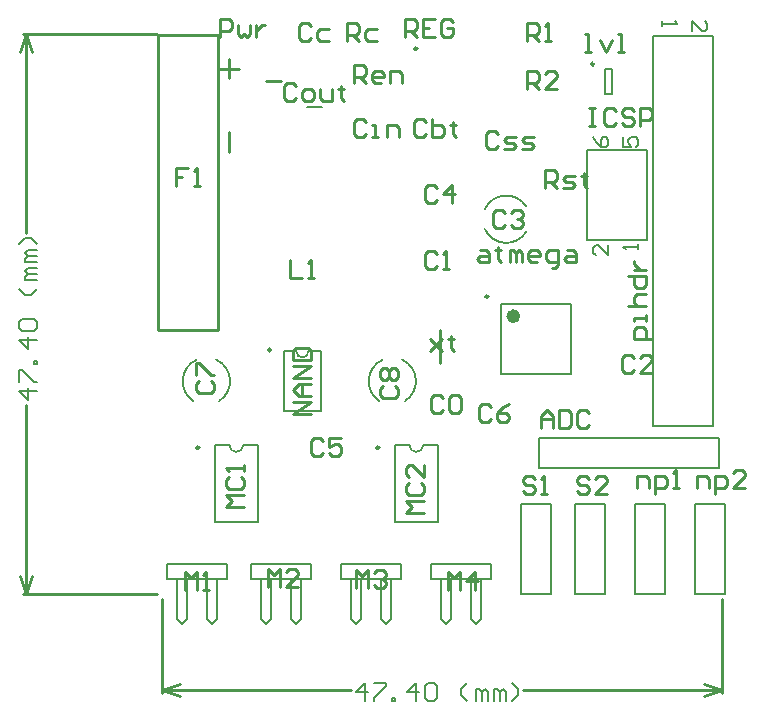
<source format=gto>
%FSLAX42Y42*%
%MOMM*%
G71*
G01*
G75*
G04 Layer_Color=65535*
%ADD10R,1.00X1.10*%
%ADD11R,1.65X0.30*%
%ADD12R,1.10X1.00*%
%ADD13O,1.25X0.30*%
%ADD14O,0.55X1.65*%
%ADD15O,1.65X0.55*%
%ADD16R,2.15X0.40*%
%ADD17R,2.15X0.40*%
%ADD18R,4.00X10.00*%
%ADD19R,1.50X1.30*%
%ADD20O,1.80X0.60*%
%ADD21R,4.20X4.20*%
%ADD22C,0.20*%
%ADD23C,0.50*%
%ADD24C,0.40*%
%ADD25C,2.00*%
%ADD26C,0.48*%
%ADD27C,0.16*%
%ADD28C,1.00*%
%ADD29C,0.32*%
%ADD30C,0.80*%
%ADD31C,0.25*%
%ADD32C,0.15*%
%ADD33C,1.50*%
%ADD34C,1.50*%
%ADD35R,1.50X1.50*%
%ADD36C,3.81*%
%ADD37R,1.50X1.50*%
%ADD38R,1.35X1.35*%
%ADD39C,1.35*%
%ADD40R,1.35X1.35*%
%ADD41C,1.00*%
%ADD42C,0.25*%
%ADD43C,0.60*%
%ADD44C,0.20*%
D22*
X6349Y9805D02*
G03*
X6452Y9805I52J0D01*
G01*
X5782Y9012D02*
G03*
X5902Y9012I60J0D01*
G01*
X7306D02*
G03*
X7426Y9012I60J0D01*
G01*
X5696Y9382D02*
G03*
X5671Y9732I-108J169D01*
G01*
X5505D02*
G03*
X5480Y9382I83J-182D01*
G01*
X7270D02*
G03*
X7246Y9732I-108J169D01*
G01*
X7080D02*
G03*
X7055Y9382I83J-182D01*
G01*
X8297Y11030D02*
G03*
X7946Y11005I-169J-108D01*
G01*
Y10839D02*
G03*
X8297Y10814I182J83D01*
G01*
X6246Y9805D02*
X6349D01*
X6452D02*
X6556D01*
X6246Y9295D02*
X6556D01*
X6246D02*
Y9805D01*
X6556Y9295D02*
Y9805D01*
X9220Y8509D02*
X9474D01*
Y7747D02*
Y8509D01*
X9220Y7747D02*
X9474D01*
X9220D02*
Y8509D01*
X8255D02*
X8509D01*
Y7747D02*
Y8509D01*
X8255Y7747D02*
X8509D01*
X8255D02*
Y8509D01*
X8712D02*
X8966D01*
Y7747D02*
Y8509D01*
X8712Y7747D02*
X8966D01*
X8712D02*
Y8509D01*
X9728D02*
X9982D01*
Y7747D02*
Y8509D01*
X9728Y7747D02*
X9982D01*
X9728D02*
Y8509D01*
X8407Y9068D02*
X9931D01*
X8407Y8814D02*
X9931D01*
Y9068D01*
X8407Y8814D02*
Y9068D01*
X8962Y11985D02*
Y12195D01*
X9022Y11985D02*
Y12195D01*
X8962D02*
X9022D01*
X8962Y11985D02*
X9022D01*
X8087Y9611D02*
X8677D01*
X8087Y10201D02*
X8677D01*
Y9611D02*
Y10201D01*
X8087Y9611D02*
Y10201D01*
X9322Y11019D02*
Y11506D01*
Y10744D02*
Y11506D01*
X8814Y10744D02*
Y11506D01*
Y10744D02*
X9322D01*
X8814Y11506D02*
X9322D01*
X5969Y7874D02*
X6477D01*
Y8001D01*
X5969Y7874D02*
Y8001D01*
X6477D01*
X6054Y7535D02*
Y7874D01*
Y7535D02*
X6096Y7493D01*
X6138Y7535D01*
X6138Y7535D02*
Y7874D01*
X6308Y7535D02*
Y7874D01*
Y7535D02*
X6350Y7493D01*
X6392Y7535D01*
Y7874D01*
X5258D02*
X5766D01*
Y8001D01*
X5258Y7874D02*
Y8001D01*
X5766D01*
X5342Y7535D02*
Y7874D01*
Y7535D02*
X5385Y7493D01*
X5427Y7535D01*
X5427Y7535D02*
Y7874D01*
X5596Y7535D02*
Y7874D01*
Y7535D02*
X5639Y7493D01*
X5681Y7535D01*
Y7874D01*
X6022Y8362D02*
Y9012D01*
X5662Y8362D02*
Y9012D01*
Y8362D02*
X6022D01*
X5902Y9012D02*
X6022D01*
X5662D02*
X5782D01*
X6731Y7874D02*
X7239D01*
Y8001D01*
X6731Y7874D02*
Y8001D01*
X7239D01*
X6816Y7535D02*
Y7874D01*
Y7535D02*
X6858Y7493D01*
X6900Y7535D01*
X6900Y7535D02*
Y7874D01*
X7070Y7535D02*
Y7874D01*
Y7535D02*
X7112Y7493D01*
X7154Y7535D01*
Y7874D01*
X7493D02*
X8001D01*
Y8001D01*
X7493Y7874D02*
Y8001D01*
X8001D01*
X7578Y7535D02*
Y7874D01*
Y7535D02*
X7620Y7493D01*
X7662Y7535D01*
X7662Y7535D02*
Y7874D01*
X7832Y7535D02*
Y7874D01*
Y7535D02*
X7874Y7493D01*
X7916Y7535D01*
Y7874D01*
X7546Y8362D02*
Y9012D01*
X7186Y8362D02*
Y9012D01*
Y8362D02*
X7546D01*
X7426Y9012D02*
X7546D01*
X7186D02*
X7306D01*
X9373Y9169D02*
Y12471D01*
X9881Y9169D02*
Y12471D01*
X9373D02*
X9881D01*
X9373Y9169D02*
X9881D01*
X6437Y11874D02*
X6567D01*
D31*
X7569Y9728D02*
Y9982D01*
Y9708D02*
Y9962D01*
X5778Y11493D02*
Y11659D01*
Y12116D02*
Y12281D01*
X6096Y12090D02*
X6223D01*
X5690Y12192D02*
X5867D01*
X5182Y9982D02*
X5690D01*
X5182Y12484D02*
X5690D01*
X5182Y9982D02*
Y12484D01*
X5690Y9982D02*
Y12484D01*
X8423Y9154D02*
Y9256D01*
X8473Y9307D01*
X8524Y9256D01*
Y9154D01*
Y9230D01*
X8423D01*
X8575Y9307D02*
Y9154D01*
X8651D01*
X8677Y9180D01*
Y9281D01*
X8651Y9307D01*
X8575D01*
X8829Y9281D02*
X8804Y9307D01*
X8753D01*
X8727Y9281D01*
Y9180D01*
X8753Y9154D01*
X8804D01*
X8829Y9180D01*
X7903Y10664D02*
X7954D01*
X7979Y10639D01*
Y10563D01*
X7903D01*
X7878Y10588D01*
X7903Y10613D01*
X7979D01*
X8056Y10690D02*
Y10664D01*
X8030D01*
X8081D01*
X8056D01*
Y10588D01*
X8081Y10563D01*
X8157D02*
Y10664D01*
X8183D01*
X8208Y10639D01*
Y10563D01*
Y10639D01*
X8233Y10664D01*
X8259Y10639D01*
Y10563D01*
X8386D02*
X8335D01*
X8309Y10588D01*
Y10639D01*
X8335Y10664D01*
X8386D01*
X8411Y10639D01*
Y10613D01*
X8309D01*
X8513Y10512D02*
X8538D01*
X8563Y10537D01*
Y10664D01*
X8487D01*
X8462Y10639D01*
Y10588D01*
X8487Y10563D01*
X8563D01*
X8640Y10664D02*
X8690D01*
X8716Y10639D01*
Y10563D01*
X8640D01*
X8614Y10588D01*
X8640Y10613D01*
X8716D01*
X7596Y9407D02*
X7570Y9432D01*
X7520D01*
X7494Y9407D01*
Y9305D01*
X7520Y9280D01*
X7570D01*
X7596Y9305D01*
X7647Y9407D02*
X7672Y9432D01*
X7723D01*
X7748Y9407D01*
Y9305D01*
X7723Y9280D01*
X7672D01*
X7647Y9305D01*
Y9407D01*
X7545Y10626D02*
X7520Y10651D01*
X7469D01*
X7443Y10626D01*
Y10524D01*
X7469Y10499D01*
X7520D01*
X7545Y10524D01*
X7596Y10499D02*
X7647D01*
X7621D01*
Y10651D01*
X7596Y10626D01*
X9210Y9751D02*
X9185Y9776D01*
X9134D01*
X9108Y9751D01*
Y9649D01*
X9134Y9624D01*
X9185D01*
X9210Y9649D01*
X9362Y9624D02*
X9261D01*
X9362Y9726D01*
Y9751D01*
X9337Y9776D01*
X9286D01*
X9261Y9751D01*
X8115Y10973D02*
X8090Y10998D01*
X8039D01*
X8014Y10973D01*
Y10871D01*
X8039Y10846D01*
X8090D01*
X8115Y10871D01*
X8166Y10973D02*
X8191Y10998D01*
X8242D01*
X8268Y10973D01*
Y10947D01*
X8242Y10922D01*
X8217D01*
X8242D01*
X8268Y10897D01*
Y10871D01*
X8242Y10846D01*
X8191D01*
X8166Y10871D01*
X7545Y11185D02*
X7520Y11210D01*
X7469D01*
X7443Y11185D01*
Y11083D01*
X7469Y11058D01*
X7520D01*
X7545Y11083D01*
X7672Y11058D02*
Y11210D01*
X7596Y11134D01*
X7697D01*
X6579Y9042D02*
X6553Y9068D01*
X6502D01*
X6477Y9042D01*
Y8941D01*
X6502Y8915D01*
X6553D01*
X6579Y8941D01*
X6731Y9068D02*
X6629D01*
Y8992D01*
X6680Y9017D01*
X6706D01*
X6731Y8992D01*
Y8941D01*
X6706Y8915D01*
X6655D01*
X6629Y8941D01*
X8001Y9334D02*
X7976Y9360D01*
X7925D01*
X7899Y9334D01*
Y9233D01*
X7925Y9207D01*
X7976D01*
X8001Y9233D01*
X8153Y9360D02*
X8103Y9334D01*
X8052Y9284D01*
Y9233D01*
X8077Y9207D01*
X8128D01*
X8153Y9233D01*
Y9258D01*
X8128Y9284D01*
X8052D01*
X5525Y9550D02*
X5499Y9525D01*
Y9474D01*
X5525Y9449D01*
X5626D01*
X5651Y9474D01*
Y9525D01*
X5626Y9550D01*
X5499Y9601D02*
Y9703D01*
X5525D01*
X5626Y9601D01*
X5651D01*
X7087Y9512D02*
X7061Y9487D01*
Y9436D01*
X7087Y9411D01*
X7188D01*
X7214Y9436D01*
Y9487D01*
X7188Y9512D01*
X7087Y9563D02*
X7061Y9588D01*
Y9639D01*
X7087Y9665D01*
X7112D01*
X7137Y9639D01*
X7163Y9665D01*
X7188D01*
X7214Y9639D01*
Y9588D01*
X7188Y9563D01*
X7163D01*
X7137Y9588D01*
X7112Y9563D01*
X7087D01*
X7137Y9588D02*
Y9639D01*
X7445Y11745D02*
X7419Y11770D01*
X7369D01*
X7343Y11745D01*
Y11643D01*
X7369Y11618D01*
X7419D01*
X7445Y11643D01*
X7495Y11770D02*
Y11618D01*
X7572D01*
X7597Y11643D01*
Y11669D01*
Y11694D01*
X7572Y11720D01*
X7495D01*
X7673Y11745D02*
Y11720D01*
X7648D01*
X7699D01*
X7673D01*
Y11643D01*
X7699Y11618D01*
X6478Y12556D02*
X6453Y12582D01*
X6402D01*
X6377Y12556D01*
Y12455D01*
X6402Y12429D01*
X6453D01*
X6478Y12455D01*
X6631Y12531D02*
X6554D01*
X6529Y12506D01*
Y12455D01*
X6554Y12429D01*
X6631D01*
X6937Y11745D02*
X6911Y11770D01*
X6861D01*
X6835Y11745D01*
Y11643D01*
X6861Y11618D01*
X6911D01*
X6937Y11643D01*
X6987Y11618D02*
X7038D01*
X7013D01*
Y11720D01*
X6987D01*
X7114Y11618D02*
Y11720D01*
X7191D01*
X7216Y11694D01*
Y11618D01*
X6350Y12052D02*
X6325Y12078D01*
X6274D01*
X6248Y12052D01*
Y11951D01*
X6274Y11925D01*
X6325D01*
X6350Y11951D01*
X6426Y11925D02*
X6477D01*
X6502Y11951D01*
Y12001D01*
X6477Y12027D01*
X6426D01*
X6401Y12001D01*
Y11951D01*
X6426Y11925D01*
X6553Y12027D02*
Y11951D01*
X6578Y11925D01*
X6655D01*
Y12027D01*
X6731Y12052D02*
Y12027D01*
X6705D01*
X6756D01*
X6731D01*
Y11951D01*
X6756Y11925D01*
X8054Y11643D02*
X8029Y11669D01*
X7978D01*
X7953Y11643D01*
Y11542D01*
X7978Y11516D01*
X8029D01*
X8054Y11542D01*
X8105Y11516D02*
X8181D01*
X8207Y11542D01*
X8181Y11567D01*
X8130D01*
X8105Y11593D01*
X8130Y11618D01*
X8207D01*
X8257Y11516D02*
X8334D01*
X8359Y11542D01*
X8334Y11567D01*
X8283D01*
X8257Y11593D01*
X8283Y11618D01*
X8359D01*
X5436Y11354D02*
X5334D01*
Y11278D01*
X5385D01*
X5334D01*
Y11201D01*
X5486D02*
X5537D01*
X5512D01*
Y11354D01*
X5486Y11328D01*
X8830Y11866D02*
X8881D01*
X8856D01*
Y11713D01*
X8830D01*
X8881D01*
X9059Y11840D02*
X9033Y11866D01*
X8983D01*
X8957Y11840D01*
Y11739D01*
X8983Y11713D01*
X9033D01*
X9059Y11739D01*
X9211Y11840D02*
X9186Y11866D01*
X9135D01*
X9110Y11840D01*
Y11815D01*
X9135Y11789D01*
X9186D01*
X9211Y11764D01*
Y11739D01*
X9186Y11713D01*
X9135D01*
X9110Y11739D01*
X9262Y11713D02*
Y11866D01*
X9338D01*
X9364Y11840D01*
Y11789D01*
X9338Y11764D01*
X9262D01*
X6299Y10579D02*
Y10427D01*
X6401D01*
X6452D02*
X6502D01*
X6477D01*
Y10579D01*
X6452Y10554D01*
X8792Y12336D02*
X8843D01*
X8818D01*
Y12488D01*
X8792D01*
X8919Y12437D02*
X8970Y12336D01*
X9021Y12437D01*
X9072Y12336D02*
X9122D01*
X9097D01*
Y12488D01*
X9072D01*
X5410Y7785D02*
Y7937D01*
X5461Y7887D01*
X5512Y7937D01*
Y7785D01*
X5563D02*
X5613D01*
X5588D01*
Y7937D01*
X5563Y7912D01*
X6109Y7811D02*
Y7963D01*
X6159Y7912D01*
X6210Y7963D01*
Y7811D01*
X6363D02*
X6261D01*
X6363Y7912D01*
Y7937D01*
X6337Y7963D01*
X6286D01*
X6261Y7937D01*
X6858Y7798D02*
Y7950D01*
X6909Y7899D01*
X6960Y7950D01*
Y7798D01*
X7010Y7925D02*
X7036Y7950D01*
X7087D01*
X7112Y7925D01*
Y7899D01*
X7087Y7874D01*
X7061D01*
X7087D01*
X7112Y7849D01*
Y7823D01*
X7087Y7798D01*
X7036D01*
X7010Y7823D01*
X7633Y7785D02*
Y7937D01*
X7683Y7887D01*
X7734Y7937D01*
Y7785D01*
X7861D02*
Y7937D01*
X7785Y7861D01*
X7887D01*
X5906Y8484D02*
X5753D01*
X5804Y8534D01*
X5753Y8585D01*
X5906D01*
X5779Y8738D02*
X5753Y8712D01*
Y8661D01*
X5779Y8636D01*
X5880D01*
X5906Y8661D01*
Y8712D01*
X5880Y8738D01*
X5906Y8788D02*
Y8839D01*
Y8814D01*
X5753D01*
X5779Y8788D01*
X7429Y8433D02*
X7277D01*
X7328Y8484D01*
X7277Y8534D01*
X7429D01*
X7303Y8687D02*
X7277Y8661D01*
Y8611D01*
X7303Y8585D01*
X7404D01*
X7429Y8611D01*
Y8661D01*
X7404Y8687D01*
X7429Y8839D02*
Y8738D01*
X7328Y8839D01*
X7303D01*
X7277Y8814D01*
Y8763D01*
X7303Y8738D01*
X6477Y9271D02*
X6325D01*
X6477Y9373D01*
X6325D01*
X6477Y9423D02*
X6375D01*
X6325Y9474D01*
X6375Y9525D01*
X6477D01*
X6401D01*
Y9423D01*
X6477Y9576D02*
X6325D01*
X6477Y9677D01*
X6325D01*
Y9728D02*
X6477D01*
Y9804D01*
X6452Y9830D01*
X6350D01*
X6325Y9804D01*
Y9728D01*
X9235Y8646D02*
Y8748D01*
X9312D01*
X9337Y8722D01*
Y8646D01*
X9388Y8595D02*
Y8748D01*
X9464D01*
X9489Y8722D01*
Y8672D01*
X9464Y8646D01*
X9388D01*
X9540D02*
X9591D01*
X9566D01*
Y8799D01*
X9540Y8773D01*
X9743Y8646D02*
Y8748D01*
X9820D01*
X9845Y8722D01*
Y8646D01*
X9896Y8595D02*
Y8748D01*
X9972D01*
X9997Y8722D01*
Y8672D01*
X9972Y8646D01*
X9896D01*
X10150D02*
X10048D01*
X10150Y8748D01*
Y8773D01*
X10124Y8799D01*
X10074D01*
X10048Y8773D01*
X9360Y9906D02*
X9208D01*
Y9982D01*
X9233Y10008D01*
X9284D01*
X9309Y9982D01*
Y9906D01*
Y10058D02*
Y10109D01*
Y10084D01*
X9208D01*
Y10058D01*
X9157Y10185D02*
X9309D01*
X9233D01*
X9208Y10211D01*
Y10261D01*
X9233Y10287D01*
X9309D01*
X9157Y10439D02*
X9309D01*
Y10363D01*
X9284Y10338D01*
X9233D01*
X9208Y10363D01*
Y10439D01*
Y10490D02*
X9309D01*
X9258D01*
X9233Y10515D01*
X9208Y10541D01*
Y10566D01*
X5701Y12468D02*
Y12620D01*
X5777D01*
X5803Y12595D01*
Y12544D01*
X5777Y12518D01*
X5701D01*
X5853Y12569D02*
Y12493D01*
X5879Y12468D01*
X5904Y12493D01*
X5930Y12468D01*
X5955Y12493D01*
Y12569D01*
X6006D02*
Y12468D01*
Y12518D01*
X6031Y12544D01*
X6057Y12569D01*
X6082D01*
X8307Y12429D02*
Y12582D01*
X8383D01*
X8409Y12556D01*
Y12506D01*
X8383Y12480D01*
X8307D01*
X8358D02*
X8409Y12429D01*
X8459D02*
X8510D01*
X8485D01*
Y12582D01*
X8459Y12556D01*
X8307Y12023D02*
Y12175D01*
X8383D01*
X8409Y12150D01*
Y12099D01*
X8383Y12074D01*
X8307D01*
X8358D02*
X8409Y12023D01*
X8561D02*
X8459D01*
X8561Y12125D01*
Y12150D01*
X8536Y12175D01*
X8485D01*
X8459Y12150D01*
X6783Y12429D02*
Y12582D01*
X6859D01*
X6885Y12556D01*
Y12506D01*
X6859Y12480D01*
X6783D01*
X6834D02*
X6885Y12429D01*
X7037Y12531D02*
X6961D01*
X6935Y12506D01*
Y12455D01*
X6961Y12429D01*
X7037D01*
X6835Y12075D02*
Y12228D01*
X6911D01*
X6937Y12202D01*
Y12151D01*
X6911Y12126D01*
X6835D01*
X6886D02*
X6937Y12075D01*
X7064D02*
X7013D01*
X6987Y12101D01*
Y12151D01*
X7013Y12177D01*
X7064D01*
X7089Y12151D01*
Y12126D01*
X6987D01*
X7140Y12075D02*
Y12177D01*
X7216D01*
X7241Y12151D01*
Y12075D01*
X8458Y11189D02*
Y11341D01*
X8534D01*
X8560Y11316D01*
Y11265D01*
X8534Y11239D01*
X8458D01*
X8509D02*
X8560Y11189D01*
X8611D02*
X8687D01*
X8712Y11214D01*
X8687Y11239D01*
X8636D01*
X8611Y11265D01*
X8636Y11290D01*
X8712D01*
X8788Y11316D02*
Y11290D01*
X8763D01*
X8814D01*
X8788D01*
Y11214D01*
X8814Y11189D01*
X8372Y8722D02*
X8346Y8748D01*
X8296D01*
X8270Y8722D01*
Y8697D01*
X8296Y8672D01*
X8346D01*
X8372Y8646D01*
Y8621D01*
X8346Y8595D01*
X8296D01*
X8270Y8621D01*
X8423Y8595D02*
X8473D01*
X8448D01*
Y8748D01*
X8423Y8722D01*
X8829D02*
X8804Y8748D01*
X8753D01*
X8727Y8722D01*
Y8697D01*
X8753Y8672D01*
X8804D01*
X8829Y8646D01*
Y8621D01*
X8804Y8595D01*
X8753D01*
X8727Y8621D01*
X8981Y8595D02*
X8880D01*
X8981Y8697D01*
Y8722D01*
X8956Y8748D01*
X8905D01*
X8880Y8722D01*
X7480Y9906D02*
X7582Y9804D01*
X7531Y9855D01*
X7582Y9906D01*
X7480Y9804D01*
X7658Y9931D02*
Y9906D01*
X7633D01*
X7683D01*
X7658D01*
Y9830D01*
X7683Y9804D01*
X7267Y12466D02*
Y12619D01*
X7343D01*
X7369Y12593D01*
Y12542D01*
X7343Y12517D01*
X7267D01*
X7318D02*
X7369Y12466D01*
X7521Y12619D02*
X7419D01*
Y12466D01*
X7521D01*
X7419Y12542D02*
X7470D01*
X7673Y12593D02*
X7648Y12619D01*
X7597D01*
X7572Y12593D01*
Y12492D01*
X7597Y12466D01*
X7648D01*
X7673Y12492D01*
Y12542D01*
X7622D01*
X9950Y6909D02*
Y7710D01*
X5210Y6909D02*
Y7710D01*
X8266Y6934D02*
X9950D01*
X5210D02*
X6813D01*
X9798Y6985D02*
X9950Y6934D01*
X9798Y6883D02*
X9950Y6934D01*
X5210D02*
X5362Y6883D01*
X5210Y6934D02*
X5362Y6985D01*
X4039Y12490D02*
X5170D01*
X4039Y7750D02*
X5170D01*
X4064Y10806D02*
Y12490D01*
Y7750D02*
Y9353D01*
X4013Y12338D02*
X4064Y12490D01*
X4115Y12338D01*
X4064Y7750D02*
X4115Y7902D01*
X4013D02*
X4064Y7750D01*
D32*
X6930Y6843D02*
Y6995D01*
X6854Y6919D01*
X6955D01*
X7006Y6995D02*
X7108D01*
Y6970D01*
X7006Y6868D01*
Y6843D01*
X7158D02*
Y6868D01*
X7184D01*
Y6843D01*
X7158D01*
X7362D02*
Y6995D01*
X7285Y6919D01*
X7387D01*
X7438Y6970D02*
X7463Y6995D01*
X7514D01*
X7539Y6970D01*
Y6868D01*
X7514Y6843D01*
X7463D01*
X7438Y6868D01*
Y6970D01*
X7793Y6843D02*
X7742Y6894D01*
Y6944D01*
X7793Y6995D01*
X7869Y6843D02*
Y6944D01*
X7895D01*
X7920Y6919D01*
Y6843D01*
Y6919D01*
X7946Y6944D01*
X7971Y6919D01*
Y6843D01*
X8022D02*
Y6944D01*
X8047D01*
X8073Y6919D01*
Y6843D01*
Y6919D01*
X8098Y6944D01*
X8123Y6919D01*
Y6843D01*
X8174D02*
X8225Y6894D01*
Y6944D01*
X8174Y6995D01*
X4155Y9470D02*
X4003D01*
X4079Y9394D01*
Y9495D01*
X4003Y9546D02*
Y9648D01*
X4028D01*
X4130Y9546D01*
X4155D01*
Y9698D02*
X4130D01*
Y9724D01*
X4155D01*
Y9698D01*
Y9902D02*
X4003D01*
X4079Y9825D01*
Y9927D01*
X4028Y9978D02*
X4003Y10003D01*
Y10054D01*
X4028Y10079D01*
X4130D01*
X4155Y10054D01*
Y10003D01*
X4130Y9978D01*
X4028D01*
X4155Y10333D02*
X4105Y10282D01*
X4054D01*
X4003Y10333D01*
X4155Y10409D02*
X4054D01*
Y10435D01*
X4079Y10460D01*
X4155D01*
X4079D01*
X4054Y10486D01*
X4079Y10511D01*
X4155D01*
Y10562D02*
X4054D01*
Y10587D01*
X4079Y10613D01*
X4155D01*
X4079D01*
X4054Y10638D01*
X4079Y10663D01*
X4155D01*
Y10714D02*
X4105Y10765D01*
X4054D01*
X4003Y10714D01*
D42*
X6136Y9815D02*
G03*
X6136Y9815I-12J0D01*
G01*
X8872Y12235D02*
G03*
X8872Y12235I-12J0D01*
G01*
X7975Y10268D02*
G03*
X7975Y10268I-12J0D01*
G01*
X5527Y8989D02*
G03*
X5527Y8989I-12J0D01*
G01*
X7051D02*
G03*
X7051Y8989I-12J0D01*
G01*
X7374Y12366D02*
G03*
X7374Y12366I-12J0D01*
G01*
D43*
X8217Y10101D02*
G03*
X8217Y10101I-30J0D01*
G01*
D44*
X9246Y10668D02*
Y10710D01*
Y10689D01*
X9119D01*
X9140Y10668D01*
X8992Y10702D02*
Y10617D01*
X8907Y10702D01*
X8886D01*
X8865Y10681D01*
Y10638D01*
X8886Y10617D01*
X9119Y11616D02*
Y11532D01*
X9182D01*
X9161Y11574D01*
Y11595D01*
X9182Y11616D01*
X9224D01*
X9246Y11595D01*
Y11553D01*
X9224Y11532D01*
X8865Y11616D02*
X8886Y11574D01*
X8928Y11532D01*
X8970D01*
X8992Y11553D01*
Y11595D01*
X8970Y11616D01*
X8949D01*
X8928Y11595D01*
Y11532D01*
X9449Y12598D02*
Y12556D01*
Y12577D01*
X9576D01*
X9555Y12598D01*
X9703Y12514D02*
Y12598D01*
X9787Y12514D01*
X9809D01*
X9830Y12535D01*
Y12577D01*
X9809Y12598D01*
M02*

</source>
